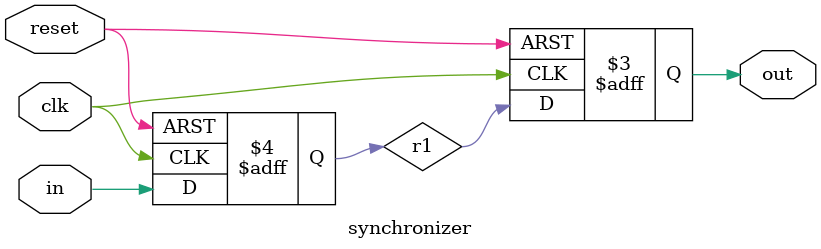
<source format=v>
`timescale 1ns / 1ps


module synchronizer (input clk, reset, in, output reg out);
reg r1;
always@(posedge clk, posedge reset) begin
     if(reset == 1'b1) begin
         r1 <= 0;
         out <= 0;
     end
     else begin
         r1 <= in;
         out <= r1;
     end
end
endmodule

</source>
